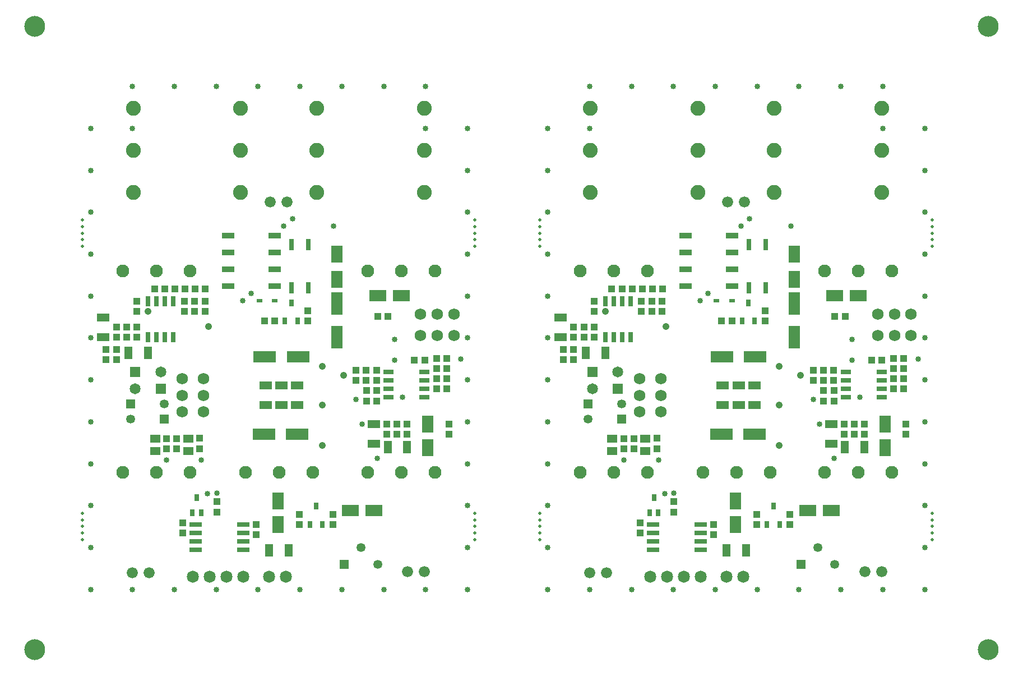
<source format=gts>
G04*
G04 #@! TF.GenerationSoftware,Altium Limited,Altium Designer,19.1.6 (110)*
G04*
G04 Layer_Color=8388736*
%FSLAX25Y25*%
%MOIN*%
G70*
G01*
G75*
%ADD10C,0.11811*%
%ADD31C,0.01968*%
%ADD53C,0.12402*%
%ADD54R,0.02756X0.04134*%
%ADD55R,0.04331X0.04134*%
%ADD56R,0.07677X0.02953*%
%ADD57R,0.10433X0.06890*%
%ADD58R,0.06890X0.10433*%
%ADD59R,0.04921X0.07480*%
%ADD60R,0.04134X0.04331*%
%ADD61R,0.07480X0.04921*%
%ADD62R,0.06299X0.02953*%
%ADD63R,0.03740X0.02165*%
%ADD64R,0.07087X0.10433*%
%ADD65R,0.06890X0.13189*%
%ADD66R,0.13189X0.06890*%
%ADD67R,0.06102X0.04528*%
%ADD68R,0.02953X0.06299*%
%ADD69R,0.02953X0.04331*%
%ADD70R,0.02953X0.06890*%
%ADD71R,0.07677X0.03740*%
%ADD72C,0.06890*%
%ADD73C,0.06591*%
%ADD74R,0.05315X0.05315*%
%ADD75C,0.05315*%
%ADD76C,0.07191*%
%ADD77C,0.07678*%
%ADD78C,0.06497*%
%ADD79R,0.06497X0.06497*%
%ADD80C,0.08859*%
%ADD81C,0.03347*%
%ADD82C,0.04091*%
D10*
X11811Y11811D02*
D03*
X578740D02*
D03*
Y381890D02*
D03*
X11811Y381890D02*
D03*
D31*
X312205Y267027D02*
D03*
Y263090D02*
D03*
Y259153D02*
D03*
Y251279D02*
D03*
Y255216D02*
D03*
X312106Y81004D02*
D03*
Y77067D02*
D03*
Y84941D02*
D03*
Y88878D02*
D03*
Y92815D02*
D03*
X545571Y255216D02*
D03*
Y251279D02*
D03*
Y259153D02*
D03*
Y263090D02*
D03*
Y267027D02*
D03*
X545571Y81004D02*
D03*
Y77067D02*
D03*
Y84941D02*
D03*
Y88878D02*
D03*
Y92815D02*
D03*
X273622Y92815D02*
D03*
Y88878D02*
D03*
Y84941D02*
D03*
Y77067D02*
D03*
Y81004D02*
D03*
X273622Y267028D02*
D03*
Y263091D02*
D03*
Y259154D02*
D03*
Y251279D02*
D03*
Y255216D02*
D03*
X40157Y92815D02*
D03*
Y88878D02*
D03*
Y84941D02*
D03*
Y77067D02*
D03*
Y81004D02*
D03*
X40256Y255216D02*
D03*
Y251279D02*
D03*
Y259154D02*
D03*
Y263091D02*
D03*
Y267028D02*
D03*
D53*
X11811Y11811D02*
D03*
X578740Y11811D02*
D03*
Y381890D02*
D03*
X11811Y381890D02*
D03*
D54*
X108167Y101945D02*
D03*
X110725Y93087D02*
D03*
X105607D02*
D03*
X380037Y101945D02*
D03*
X382596Y93087D02*
D03*
X377478D02*
D03*
D55*
X120067Y93480D02*
D03*
Y99583D02*
D03*
X99817Y81079D02*
D03*
Y87181D02*
D03*
X189043Y86086D02*
D03*
Y92188D02*
D03*
X169161Y86086D02*
D03*
Y92188D02*
D03*
X143578Y86086D02*
D03*
Y79984D02*
D03*
X256742Y178776D02*
D03*
Y184878D02*
D03*
X250639Y178776D02*
D03*
Y184878D02*
D03*
X256742Y172806D02*
D03*
Y166703D02*
D03*
X250639D02*
D03*
Y172806D02*
D03*
X258021Y139676D02*
D03*
Y145778D02*
D03*
X233286Y139676D02*
D03*
Y145778D02*
D03*
X215009Y171664D02*
D03*
Y177766D02*
D03*
X208907D02*
D03*
Y171664D02*
D03*
X202805Y177766D02*
D03*
Y171664D02*
D03*
X174163Y207024D02*
D03*
Y213126D02*
D03*
X109891Y137228D02*
D03*
Y131125D02*
D03*
X72533Y197378D02*
D03*
Y203480D02*
D03*
X112981Y218835D02*
D03*
Y212732D02*
D03*
X106828Y218835D02*
D03*
Y212732D02*
D03*
X100720D02*
D03*
Y218835D02*
D03*
X66431Y203480D02*
D03*
Y197378D02*
D03*
X60328D02*
D03*
Y203480D02*
D03*
X72599Y218835D02*
D03*
Y212732D02*
D03*
X391937Y93480D02*
D03*
Y99583D02*
D03*
X371688Y81079D02*
D03*
Y87181D02*
D03*
X460914Y86086D02*
D03*
Y92188D02*
D03*
X441032Y86086D02*
D03*
Y92188D02*
D03*
X415448Y86086D02*
D03*
Y79984D02*
D03*
X528612Y178776D02*
D03*
Y184878D02*
D03*
X522509Y178776D02*
D03*
Y184878D02*
D03*
X528612Y172806D02*
D03*
Y166703D02*
D03*
X522509D02*
D03*
Y172806D02*
D03*
X529891Y139676D02*
D03*
Y145778D02*
D03*
X505156Y139676D02*
D03*
Y145778D02*
D03*
X486880Y171664D02*
D03*
Y177766D02*
D03*
X480777D02*
D03*
Y171664D02*
D03*
X474675Y177766D02*
D03*
Y171664D02*
D03*
X446033Y207024D02*
D03*
Y213126D02*
D03*
X381761Y137228D02*
D03*
Y131125D02*
D03*
X344403Y197378D02*
D03*
Y203480D02*
D03*
X384851Y218835D02*
D03*
Y212732D02*
D03*
X378698Y218835D02*
D03*
Y212732D02*
D03*
X372590D02*
D03*
Y218835D02*
D03*
X338301Y203480D02*
D03*
Y197378D02*
D03*
X332198D02*
D03*
Y203480D02*
D03*
X344469Y218835D02*
D03*
Y212732D02*
D03*
D56*
X107529Y86079D02*
D03*
Y81079D02*
D03*
Y76079D02*
D03*
Y71079D02*
D03*
X135876Y86079D02*
D03*
Y81079D02*
D03*
Y76079D02*
D03*
Y71079D02*
D03*
X379399Y86079D02*
D03*
Y81079D02*
D03*
Y76079D02*
D03*
Y71079D02*
D03*
X407746Y86079D02*
D03*
Y81079D02*
D03*
Y76079D02*
D03*
Y71079D02*
D03*
D57*
X199477Y94354D02*
D03*
X213428D02*
D03*
X229698Y222181D02*
D03*
X215747D02*
D03*
X471347Y94354D02*
D03*
X485298D02*
D03*
X501569Y222181D02*
D03*
X487617D02*
D03*
D58*
X156458Y86086D02*
D03*
Y100037D02*
D03*
X245620Y145778D02*
D03*
Y131827D02*
D03*
X428328Y86086D02*
D03*
Y100037D02*
D03*
X517490Y145778D02*
D03*
Y131827D02*
D03*
D59*
X151252Y70705D02*
D03*
X162866D02*
D03*
X221672Y131999D02*
D03*
X233286D02*
D03*
X79131Y187964D02*
D03*
X67517D02*
D03*
X423122Y70705D02*
D03*
X434736D02*
D03*
X493542Y131999D02*
D03*
X505156D02*
D03*
X351001Y187964D02*
D03*
X339387D02*
D03*
D60*
X243651Y183672D02*
D03*
X237549D02*
D03*
X221112Y139676D02*
D03*
X227214D02*
D03*
Y145778D02*
D03*
X221112D02*
D03*
X209005Y165587D02*
D03*
X215108D02*
D03*
X209005Y159484D02*
D03*
X215108D02*
D03*
X221850Y209780D02*
D03*
X215747D02*
D03*
X154423Y207024D02*
D03*
X148320D02*
D03*
X96210Y137031D02*
D03*
X90108D02*
D03*
Y130928D02*
D03*
X96210D02*
D03*
X101195Y225909D02*
D03*
X95092D02*
D03*
X113226Y225921D02*
D03*
X107123D02*
D03*
X83029Y225909D02*
D03*
X89131D02*
D03*
X60389Y190193D02*
D03*
X54286D02*
D03*
Y184091D02*
D03*
X60389D02*
D03*
X515521Y183672D02*
D03*
X509419D02*
D03*
X492982Y139676D02*
D03*
X499084D02*
D03*
Y145778D02*
D03*
X492982D02*
D03*
X480876Y165587D02*
D03*
X486978D02*
D03*
X480876Y159484D02*
D03*
X486978D02*
D03*
X493720Y209780D02*
D03*
X487617D02*
D03*
X426293Y207024D02*
D03*
X420191D02*
D03*
X368080Y137031D02*
D03*
X361978D02*
D03*
Y130928D02*
D03*
X368080D02*
D03*
X373065Y225909D02*
D03*
X366962D02*
D03*
X385096Y225921D02*
D03*
X378993D02*
D03*
X354899Y225909D02*
D03*
X361001D02*
D03*
X332259Y190193D02*
D03*
X326156D02*
D03*
Y184091D02*
D03*
X332259D02*
D03*
D61*
X213533Y134164D02*
D03*
Y145778D02*
D03*
X167950Y156938D02*
D03*
Y168552D02*
D03*
X158501Y168552D02*
D03*
Y156938D02*
D03*
X149052Y168552D02*
D03*
Y156938D02*
D03*
X52608Y208992D02*
D03*
Y197378D02*
D03*
X485403Y134164D02*
D03*
Y145778D02*
D03*
X439820Y156938D02*
D03*
Y168552D02*
D03*
X430371Y168552D02*
D03*
Y156938D02*
D03*
X420922Y168552D02*
D03*
Y156938D02*
D03*
X324478Y208992D02*
D03*
Y197378D02*
D03*
D62*
X243553Y161703D02*
D03*
Y166703D02*
D03*
Y171703D02*
D03*
Y176703D02*
D03*
X222096Y161703D02*
D03*
Y166703D02*
D03*
Y171703D02*
D03*
Y176703D02*
D03*
X515423Y161703D02*
D03*
Y166703D02*
D03*
Y171703D02*
D03*
Y176703D02*
D03*
X493966Y161703D02*
D03*
Y166703D02*
D03*
Y171703D02*
D03*
Y176703D02*
D03*
D63*
X145368Y219032D02*
D03*
X154423D02*
D03*
X417238D02*
D03*
X426293D02*
D03*
D64*
X191486Y231827D02*
D03*
Y246591D02*
D03*
X463356Y231827D02*
D03*
Y246591D02*
D03*
D65*
X191486Y217246D02*
D03*
Y197392D02*
D03*
X463356Y217246D02*
D03*
Y197392D02*
D03*
D66*
X148488Y185665D02*
D03*
X168342D02*
D03*
X167948Y139602D02*
D03*
X148094D02*
D03*
X420358Y185665D02*
D03*
X440212D02*
D03*
X439818Y139602D02*
D03*
X419965D02*
D03*
D67*
X103002Y129747D02*
D03*
Y137031D02*
D03*
X83316Y137031D02*
D03*
Y129747D02*
D03*
X374872Y129747D02*
D03*
Y137031D02*
D03*
X355187Y137031D02*
D03*
Y129747D02*
D03*
D68*
X94131Y218835D02*
D03*
X89131D02*
D03*
X84131D02*
D03*
X79131D02*
D03*
X94131Y197378D02*
D03*
X89131D02*
D03*
X84131D02*
D03*
X79131D02*
D03*
X366001Y218835D02*
D03*
X361001D02*
D03*
X356001D02*
D03*
X351001D02*
D03*
X366001Y197378D02*
D03*
X361001D02*
D03*
X356001D02*
D03*
X351001D02*
D03*
D69*
X175362Y86086D02*
D03*
X182843D02*
D03*
X179102Y96913D02*
D03*
X160580Y207024D02*
D03*
X168061D02*
D03*
X164321Y217850D02*
D03*
X447232Y86086D02*
D03*
X454713D02*
D03*
X450973Y96913D02*
D03*
X432450Y207024D02*
D03*
X439931D02*
D03*
X436191Y217850D02*
D03*
D70*
X174439Y252398D02*
D03*
X164439D02*
D03*
X174439Y226807D02*
D03*
X164439D02*
D03*
X446309Y252398D02*
D03*
X436309D02*
D03*
X446309Y226807D02*
D03*
X436309D02*
D03*
D71*
X154423Y227752D02*
D03*
Y237752D02*
D03*
Y257752D02*
D03*
Y247752D02*
D03*
X126864D02*
D03*
Y257752D02*
D03*
Y237752D02*
D03*
Y227752D02*
D03*
X426293D02*
D03*
Y237752D02*
D03*
Y257752D02*
D03*
Y247752D02*
D03*
X398734D02*
D03*
Y257752D02*
D03*
Y237752D02*
D03*
Y227752D02*
D03*
D72*
X99557Y162793D02*
D03*
Y152950D02*
D03*
Y172635D02*
D03*
X112155D02*
D03*
Y152950D02*
D03*
Y162793D02*
D03*
X251132Y211059D02*
D03*
X241289D02*
D03*
X260974D02*
D03*
Y198461D02*
D03*
X241289D02*
D03*
X251132D02*
D03*
X371427Y162793D02*
D03*
Y152950D02*
D03*
Y172635D02*
D03*
X384025D02*
D03*
Y152950D02*
D03*
Y162793D02*
D03*
X523002Y211059D02*
D03*
X513159D02*
D03*
X532844D02*
D03*
Y198461D02*
D03*
X513159D02*
D03*
X523002D02*
D03*
D73*
X151939Y277594D02*
D03*
X161939D02*
D03*
X233495Y58065D02*
D03*
X243495D02*
D03*
X69898Y57418D02*
D03*
X79898D02*
D03*
X423809Y277594D02*
D03*
X433809D02*
D03*
X505365Y58065D02*
D03*
X515365D02*
D03*
X341769Y57418D02*
D03*
X351768D02*
D03*
D74*
X195698Y62462D02*
D03*
X88887Y148620D02*
D03*
X68887Y157773D02*
D03*
X467568Y62462D02*
D03*
X360757Y148620D02*
D03*
X340757Y157773D02*
D03*
D75*
X205698Y72462D02*
D03*
X215698Y62462D02*
D03*
X68887Y148620D02*
D03*
X88887Y157773D02*
D03*
X477568Y72462D02*
D03*
X487569Y62462D02*
D03*
X340757Y148620D02*
D03*
X360757Y157773D02*
D03*
D76*
X135876Y55154D02*
D03*
X125876D02*
D03*
X105876D02*
D03*
X115876D02*
D03*
X151252D02*
D03*
X161252D02*
D03*
X407746D02*
D03*
X397746D02*
D03*
X377746D02*
D03*
X387746D02*
D03*
X423122D02*
D03*
X433122D02*
D03*
D77*
X249698Y236662D02*
D03*
X229698D02*
D03*
X209698D02*
D03*
X177198Y117161D02*
D03*
X157198D02*
D03*
X137198D02*
D03*
X104198Y236662D02*
D03*
X84198D02*
D03*
X64198D02*
D03*
X249698Y117161D02*
D03*
X229698D02*
D03*
X209698D02*
D03*
X104198D02*
D03*
X84198D02*
D03*
X64198D02*
D03*
X521568Y236662D02*
D03*
X501569D02*
D03*
X481568D02*
D03*
X449068Y117161D02*
D03*
X429069D02*
D03*
X409068D02*
D03*
X376068Y236662D02*
D03*
X356068D02*
D03*
X336069D02*
D03*
X521568Y117161D02*
D03*
X501569D02*
D03*
X481568D02*
D03*
X376068D02*
D03*
X356068D02*
D03*
X336069D02*
D03*
D78*
X71505Y166750D02*
D03*
X86663Y176750D02*
D03*
X343376Y166750D02*
D03*
X358533Y176750D02*
D03*
D79*
X71505D02*
D03*
X86663Y166750D02*
D03*
X343376Y176750D02*
D03*
X358533Y166750D02*
D03*
D80*
X179609Y308261D02*
D03*
X243507D02*
D03*
X179609Y333261D02*
D03*
X243507D02*
D03*
X179609Y283261D02*
D03*
X243507D02*
D03*
X70390Y308261D02*
D03*
X134288D02*
D03*
X70390Y333261D02*
D03*
X134288D02*
D03*
X70390Y283261D02*
D03*
X134288D02*
D03*
X451479Y308261D02*
D03*
X515378D02*
D03*
X451479Y333261D02*
D03*
X515378D02*
D03*
X451479Y283261D02*
D03*
X515378D02*
D03*
X342261Y308261D02*
D03*
X406158D02*
D03*
X342261Y333261D02*
D03*
X406158D02*
D03*
X342261Y283261D02*
D03*
X406158D02*
D03*
D81*
X189517Y263323D02*
D03*
X215305Y125473D02*
D03*
X206459Y145778D02*
D03*
X265107Y184485D02*
D03*
X269119Y271587D02*
D03*
X144611Y47472D02*
D03*
X45005Y246685D02*
D03*
X194414Y47472D02*
D03*
X45005Y122177D02*
D03*
X244217Y321390D02*
D03*
X269119Y221783D02*
D03*
X244217Y47472D02*
D03*
X45005Y147079D02*
D03*
X169513Y346291D02*
D03*
X45005Y321390D02*
D03*
Y47472D02*
D03*
X244217Y346291D02*
D03*
X269119Y147079D02*
D03*
X194414Y346291D02*
D03*
X119709D02*
D03*
Y47472D02*
D03*
X269119D02*
D03*
X45005Y97276D02*
D03*
Y72374D02*
D03*
Y296488D02*
D03*
X94808Y47472D02*
D03*
X269119Y246685D02*
D03*
Y122177D02*
D03*
X169513Y47472D02*
D03*
X45005Y221783D02*
D03*
X69906Y47472D02*
D03*
X144611Y346291D02*
D03*
X94808D02*
D03*
X69906D02*
D03*
X269119Y296488D02*
D03*
Y321390D02*
D03*
Y97276D02*
D03*
Y196882D02*
D03*
Y72374D02*
D03*
Y171980D02*
D03*
X219316Y47472D02*
D03*
X69906Y321390D02*
D03*
X45005Y271587D02*
D03*
Y171980D02*
D03*
X219316Y346291D02*
D03*
X45005Y196882D02*
D03*
X165052Y267867D02*
D03*
X140305Y223461D02*
D03*
X120067Y104624D02*
D03*
X114616Y104268D02*
D03*
X135584Y219032D02*
D03*
X90108Y124248D02*
D03*
X110922D02*
D03*
X202903Y160468D02*
D03*
X159891Y263221D02*
D03*
X225836Y183681D02*
D03*
Y196197D02*
D03*
X230462Y161650D02*
D03*
X461387Y263323D02*
D03*
X487175Y125473D02*
D03*
X478329Y145778D02*
D03*
X536977Y184485D02*
D03*
X540989Y271587D02*
D03*
X416481Y47472D02*
D03*
X316875Y246685D02*
D03*
X466284Y47472D02*
D03*
X316875Y122177D02*
D03*
X516087Y321390D02*
D03*
X540989Y221783D02*
D03*
X516087Y47472D02*
D03*
X316875Y147079D02*
D03*
X441383Y346291D02*
D03*
X316875Y321390D02*
D03*
Y47472D02*
D03*
X516087Y346291D02*
D03*
X540989Y147079D02*
D03*
X466284Y346291D02*
D03*
X391580D02*
D03*
Y47472D02*
D03*
X540989D02*
D03*
X316875Y97276D02*
D03*
Y72374D02*
D03*
Y296488D02*
D03*
X366678Y47472D02*
D03*
X540989Y246685D02*
D03*
Y122177D02*
D03*
X441383Y47472D02*
D03*
X316875Y221783D02*
D03*
X341776Y47472D02*
D03*
X416481Y346291D02*
D03*
X366678D02*
D03*
X341776D02*
D03*
X540989Y296488D02*
D03*
Y321390D02*
D03*
Y97276D02*
D03*
Y196882D02*
D03*
Y72374D02*
D03*
Y171980D02*
D03*
X491186Y47472D02*
D03*
X341776Y321390D02*
D03*
X316875Y271587D02*
D03*
Y171980D02*
D03*
X491186Y346291D02*
D03*
X316875Y196882D02*
D03*
X436922Y267867D02*
D03*
X412175Y223461D02*
D03*
X391937Y104624D02*
D03*
X386486Y104268D02*
D03*
X407454Y219032D02*
D03*
X361978Y124248D02*
D03*
X382792D02*
D03*
X474773Y160468D02*
D03*
X431761Y263221D02*
D03*
X497706Y183681D02*
D03*
Y196197D02*
D03*
X502332Y161650D02*
D03*
D82*
X79131Y212685D02*
D03*
X115108Y203776D02*
D03*
X182726Y133183D02*
D03*
Y156934D02*
D03*
Y180055D02*
D03*
X195324Y174664D02*
D03*
X351001Y212685D02*
D03*
X386978Y203776D02*
D03*
X454596Y133183D02*
D03*
Y156934D02*
D03*
Y180055D02*
D03*
X467195Y174664D02*
D03*
M02*

</source>
